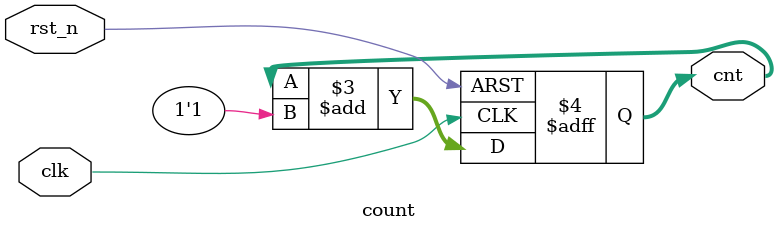
<source format=v>
`timescale 1ns/1ps

module count(
    input       clk ,
    input       rst_n,
    output reg [4:0] cnt
);

always @(posedge clk or negedge rst_n) begin
    if(!rst_n)
        cnt <= 'd0;
    else
        cnt <= cnt + 1'b1;
end

endmodule

</source>
